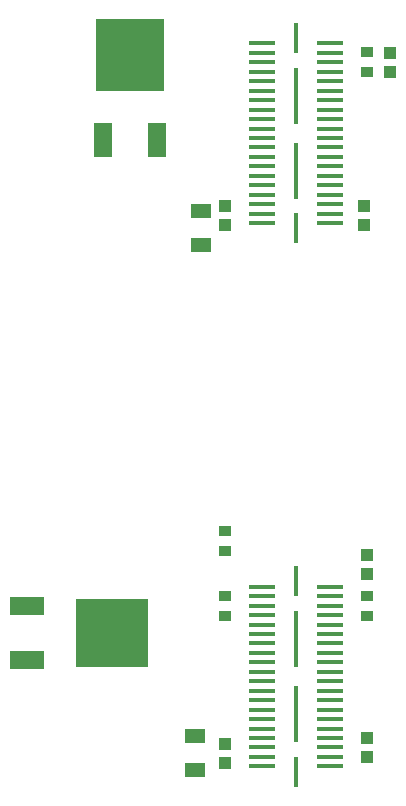
<source format=gbr>
%TF.GenerationSoftware,Altium Limited,Altium Designer,21.5.1 (32)*%
G04 Layer_Color=8421504*
%FSLAX45Y45*%
%MOMM*%
%TF.SameCoordinates,51D5493F-A844-4614-94AE-4B196E198A34*%
%TF.FilePolarity,Positive*%
%TF.FileFunction,Paste,Top*%
%TF.Part,Single*%
G01*
G75*
%TA.AperFunction,SMDPad,CuDef*%
%ADD10R,1.80000X1.30000*%
%ADD11R,5.80009X6.19989*%
%ADD12R,1.59995X2.99999*%
%ADD13R,1.00000X1.00000*%
%ADD14R,2.27000X0.40996*%
%ADD15R,0.43002X2.54000*%
%ADD16R,0.43002X4.70002*%
%ADD17R,1.00000X0.90000*%
%ADD18R,6.19989X5.80009*%
%ADD19R,2.99999X1.59995*%
D10*
X2800000Y5855000D02*
D03*
Y6145000D02*
D03*
X2750000Y1405000D02*
D03*
Y1695000D02*
D03*
D11*
X2200000Y7459004D02*
D03*
D12*
X2428498Y6740997D02*
D03*
X1971502D02*
D03*
D13*
X4200000Y3230000D02*
D03*
Y3070000D02*
D03*
X3000000Y1470000D02*
D03*
Y1630000D02*
D03*
X4400000Y7320000D02*
D03*
Y7480000D02*
D03*
X4175000Y6020000D02*
D03*
Y6180000D02*
D03*
X3000000Y6020000D02*
D03*
Y6180000D02*
D03*
X4200000Y1520000D02*
D03*
Y1680000D02*
D03*
D14*
X3886512Y1440007D02*
D03*
X3313488D02*
D03*
X3886512Y1519991D02*
D03*
X3313488D02*
D03*
X3886512Y1600001D02*
D03*
X3313488D02*
D03*
X3886512Y1680011D02*
D03*
X3313488D02*
D03*
X3886512Y1759996D02*
D03*
X3313488D02*
D03*
X3886512Y1840006D02*
D03*
X3313488D02*
D03*
X3886512Y1919990D02*
D03*
Y2000000D02*
D03*
Y2080010D02*
D03*
Y2159995D02*
D03*
Y2240005D02*
D03*
Y2319990D02*
D03*
Y2400000D02*
D03*
Y2480010D02*
D03*
Y2559994D02*
D03*
Y2640004D02*
D03*
Y2719989D02*
D03*
Y2799999D02*
D03*
Y2880009D02*
D03*
X3313488Y1919990D02*
D03*
Y2000000D02*
D03*
Y2080010D02*
D03*
Y2159995D02*
D03*
Y2240005D02*
D03*
Y2319990D02*
D03*
Y2400000D02*
D03*
Y2480010D02*
D03*
Y2559994D02*
D03*
Y2640004D02*
D03*
Y2719989D02*
D03*
Y2799999D02*
D03*
Y2880009D02*
D03*
X3886512Y2959993D02*
D03*
X3313488D02*
D03*
X3313488Y6680011D02*
D03*
Y6600001D02*
D03*
Y6359996D02*
D03*
Y6440006D02*
D03*
Y6519991D02*
D03*
Y6759995D02*
D03*
Y7559994D02*
D03*
X3886512D02*
D03*
X3313488Y7480009D02*
D03*
Y7399999D02*
D03*
Y7319989D02*
D03*
Y7240004D02*
D03*
Y7159994D02*
D03*
Y7080010D02*
D03*
Y7000000D02*
D03*
Y6919990D02*
D03*
Y6840005D02*
D03*
X3886512Y7480009D02*
D03*
Y7399999D02*
D03*
Y7319989D02*
D03*
Y7240004D02*
D03*
Y7159994D02*
D03*
Y7080010D02*
D03*
Y7000000D02*
D03*
Y6919990D02*
D03*
Y6840005D02*
D03*
Y6759995D02*
D03*
Y6680011D02*
D03*
Y6600001D02*
D03*
Y6519991D02*
D03*
Y6440006D02*
D03*
Y6359996D02*
D03*
X3313488Y6280011D02*
D03*
X3886512D02*
D03*
X3313488Y6200001D02*
D03*
X3886512D02*
D03*
X3313488Y6119991D02*
D03*
X3886512D02*
D03*
X3313488Y6040007D02*
D03*
X3886512D02*
D03*
D15*
X3600000Y1393499D02*
D03*
Y3006501D02*
D03*
X3600000Y7606501D02*
D03*
Y5993499D02*
D03*
D16*
X3600000Y1882500D02*
D03*
Y2517500D02*
D03*
X3600000Y7117500D02*
D03*
Y6482500D02*
D03*
D17*
X3000000Y3435000D02*
D03*
Y3265000D02*
D03*
Y2715000D02*
D03*
Y2885000D02*
D03*
X4200000Y7315000D02*
D03*
Y7485000D02*
D03*
Y2715000D02*
D03*
Y2885000D02*
D03*
D18*
X2046036Y2567110D02*
D03*
D19*
X1328028Y2338611D02*
D03*
Y2795608D02*
D03*
%TF.MD5,61f26de8eb2269b1feaec546394ed511*%
M02*

</source>
